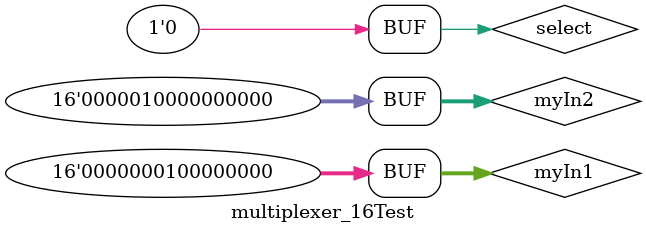
<source format=v>
`timescale 1ns / 1ps


module multiplexer_16Test;

	// Inputs
	reg select;
	reg [15:0] myIn1;
	reg [15:0] myIn2;

	// Outputs
	wire [15:0] myOut;

	// Instantiate the Unit Under Test (UUT)
	multiplexer_16 uut (
		.select(select), 
		.myIn1(myIn1), 
		.myIn2(myIn2), 
		.myOut(myOut)
	);

	initial begin
		// Initialize Inputs
		select = 0;
		myIn1 = 0;
		myIn2 = 0;

		// Wait 100 ns for global reset to finish
		#100;
      myIn1 = 16'd256;
		myIn2 = 16'd1024;
		select = 1'b0;

		#100;
      myIn1 = 16'd256;
		myIn2 = 16'd1024;
		select = 1'b1;
		
		
		#100;
      myIn1 = 16'd256;
		myIn2 = 16'd1024;
		select = 1'b0;
				
		// Add stimulus here

	end
      
endmodule


</source>
